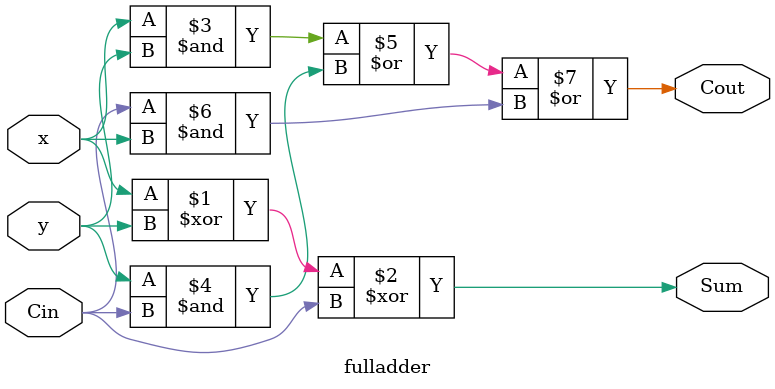
<source format=v>
module fulladder(x,y,Cin,Sum,Cout);
input x,y,Cin;
output Sum,Cout;

     assign Sum=x^y^Cin;
     assign Cout=(x&y)|(y&Cin)|(Cin&x);

endmodule

</source>
